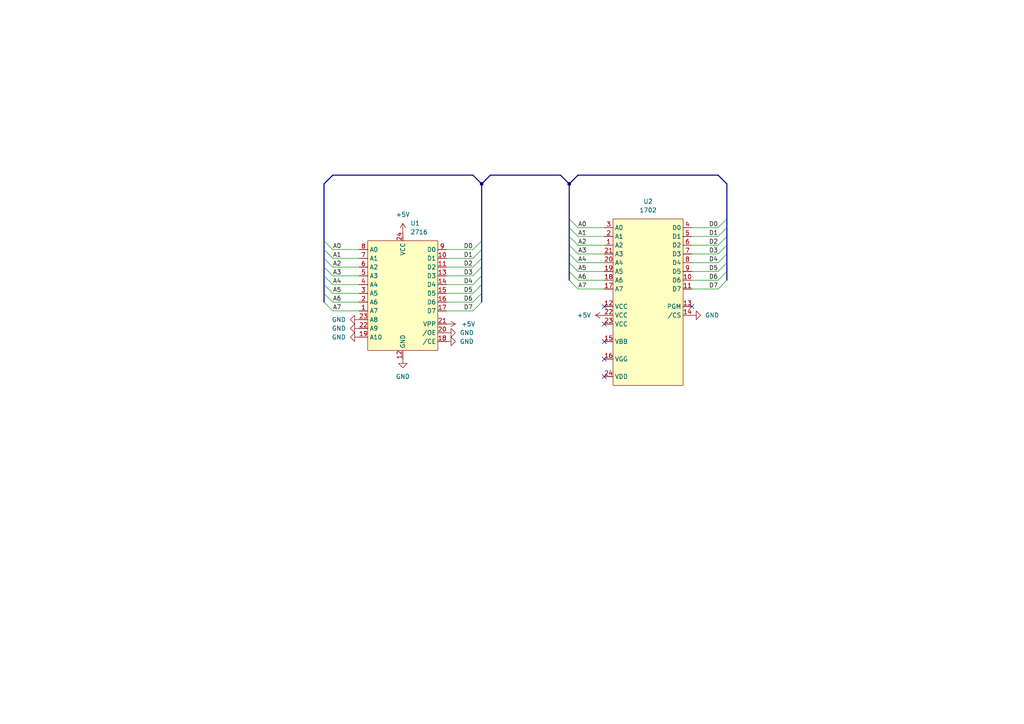
<source format=kicad_sch>
(kicad_sch (version 20230121) (generator eeschema)
  (paper "A4")
  (lib_symbols
    (symbol "Memory_EPROM_Custom:1702"
      (property "Reference" "U" (at -5.08 17.78 0))
      (property "Value" "1702" (at 5.08 17.78 0))
      (symbol "1702_1_1"
        (rectangle (start -10.16 15.24) (end 10.16 -33.02) (fill (type background)))
        (pin input line (at -12.7 7.62 0) (length 2.54) (name "A2") (number "1"))
        (pin tri_state line (at 12.7 -2.54 180) (length 2.54) (name "D6") (number "10"))
        (pin tri_state line (at 12.7 -5.08 180) (length 2.54) (name "D7") (number "11"))
        (pin power_in line (at -12.7 -10.16 0) (length 2.54) (name "VCC") (number "12"))
        (pin input line (at 12.7 -10.16 180) (length 2.54) (name "PGM") (number "13"))
        (pin input line (at 12.7 -12.7 180) (length 2.54) (name "/CS") (number "14"))
        (pin power_in line (at -12.7 -20.32 0) (length 2.54) (name "VBB") (number "15"))
        (pin power_in line (at -12.7 -25.4 0) (length 2.54) (name "VGG") (number "16"))
        (pin input line (at -12.7 -5.08 0) (length 2.54) (name "A7") (number "17"))
        (pin input line (at -12.7 -2.54 0) (length 2.54) (name "A6") (number "18"))
        (pin input line (at -12.7 0 0) (length 2.54) (name "A5") (number "19"))
        (pin input line (at -12.7 10.16 0) (length 2.54) (name "A1") (number "2"))
        (pin input line (at -12.7 2.54 0) (length 2.54) (name "A4") (number "20"))
        (pin input line (at -12.7 5.08 0) (length 2.54) (name "A3") (number "21"))
        (pin power_in line (at -12.7 -12.7 0) (length 2.54) (name "VCC") (number "22"))
        (pin power_in line (at -12.7 -15.24 0) (length 2.54) (name "VCC") (number "23"))
        (pin power_in line (at -12.7 -30.48 0) (length 2.54) (name "VDD") (number "24"))
        (pin input line (at -12.7 12.7 0) (length 2.54) (name "A0") (number "3"))
        (pin tri_state line (at 12.7 12.7 180) (length 2.54) (name "D0") (number "4"))
        (pin tri_state line (at 12.7 10.16 180) (length 2.54) (name "D1") (number "5"))
        (pin tri_state line (at 12.7 7.62 180) (length 2.54) (name "D2") (number "6"))
        (pin tri_state line (at 12.7 5.08 180) (length 2.54) (name "D3") (number "7"))
        (pin tri_state line (at 12.7 2.54 180) (length 2.54) (name "D4") (number "8"))
        (pin tri_state line (at 12.7 0 180) (length 2.54) (name "D5") (number "9"))
      )
    )
    (symbol "Memory_EPROM_Custom:2716"
      (property "Reference" "U" (at -10.16 17.78 0))
      (property "Value" "2716" (at 7.62 17.78 0))
      (symbol "2716_1_1"
        (rectangle (start -10.16 16.51) (end 10.16 -15.24) (fill (type background)))
        (pin input line (at -12.7 -3.81 0) (length 2.54) (name "A7") (number "1"))
        (pin tri_state line (at 12.7 11.43 180) (length 2.54) (name "D1") (number "10"))
        (pin tri_state line (at 12.7 8.89 180) (length 2.54) (name "D2") (number "11"))
        (pin power_in line (at 0 -17.78 90) (length 2.54) (name "GND") (number "12"))
        (pin tri_state line (at 12.7 6.35 180) (length 2.54) (name "D3") (number "13"))
        (pin tri_state line (at 12.7 3.81 180) (length 2.54) (name "D4") (number "14"))
        (pin tri_state line (at 12.7 1.27 180) (length 2.54) (name "D5") (number "15"))
        (pin tri_state line (at 12.7 -1.27 180) (length 2.54) (name "D6") (number "16"))
        (pin tri_state line (at 12.7 -3.81 180) (length 2.54) (name "D7") (number "17"))
        (pin power_in line (at 12.7 -12.7 180) (length 2.54) (name "/CE") (number "18"))
        (pin input line (at -12.7 -11.43 0) (length 2.54) (name "A10") (number "19"))
        (pin input line (at -12.7 -1.27 0) (length 2.54) (name "A6") (number "2"))
        (pin power_in line (at 12.7 -10.16 180) (length 2.54) (name "/OE") (number "20"))
        (pin power_in line (at 12.7 -7.62 180) (length 2.54) (name "VPP") (number "21"))
        (pin input line (at -12.7 -8.89 0) (length 2.54) (name "A9") (number "22"))
        (pin input line (at -12.7 -6.35 0) (length 2.54) (name "A8") (number "23"))
        (pin power_in line (at 0 19.05 270) (length 2.54) (name "VCC") (number "24"))
        (pin input line (at -12.7 1.27 0) (length 2.54) (name "A5") (number "3"))
        (pin input line (at -12.7 3.81 0) (length 2.54) (name "A4") (number "4"))
        (pin input line (at -12.7 6.35 0) (length 2.54) (name "A3") (number "5"))
        (pin input line (at -12.7 8.89 0) (length 2.54) (name "A2") (number "6"))
        (pin input line (at -12.7 11.43 0) (length 2.54) (name "A1") (number "7"))
        (pin input line (at -12.7 13.97 0) (length 2.54) (name "A0") (number "8"))
        (pin tri_state line (at 12.7 13.97 180) (length 2.54) (name "D0") (number "9"))
      )
    )
    (symbol "power:+5V" (power) (pin_names (offset 0))
      (property "Value" "+5V" (at 0 3.556 0))
      (symbol "+5V_0_1"
        (polyline (pts (xy -0.762 1.27) (xy 0 2.54)))
        (polyline (pts (xy 0 0) (xy 0 2.54)))
        (polyline (pts (xy 0 2.54) (xy 0.762 1.27)))
      )
      (symbol "+5V_1_1"
        (pin power_in line (at 0 0 90) (length 0) hide (name "+5V") (number "1"))
      )
    )
    (symbol "power:GND" (power) (pin_names (offset 0))
      (property "Value" "GND" (at 0 -3.81 0))
      (symbol "GND_0_1"
        (polyline (pts (xy 0 0) (xy 0 -1.27) (xy 1.27 -1.27) (xy 0 -2.54) (xy -1.27 -1.27) (xy 0 -1.27)))
      )
      (symbol "GND_1_1"
        (pin power_in line (at 0 0 270) (length 0) hide (name "GND") (number "1"))
      )
    )
  )
  (junction (at 165.1 53.34))
  (junction (at 139.7 53.34))
  (no_connect (at 175.26 99.06))
  (no_connect (at 175.26 109.22))
  (no_connect (at 175.26 88.9))
  (no_connect (at 200.66 88.9))
  (no_connect (at 175.26 104.14))
  (no_connect (at 175.26 93.98))
  (bus_entry (at 93.98 77.47) (size 2.54 2.54))
  (bus_entry (at 139.7 87.63) (size -2.54 2.54))
  (bus_entry (at 165.1 68.58) (size 2.54 2.54))
  (bus_entry (at 139.7 74.93) (size -2.54 2.54))
  (bus_entry (at 210.82 81.28) (size -2.54 2.54))
  (bus_entry (at 210.82 73.66) (size -2.54 2.54))
  (bus_entry (at 165.1 78.74) (size 2.54 2.54))
  (bus_entry (at 93.98 85.09) (size 2.54 2.54))
  (bus_entry (at 210.82 63.5) (size -2.54 2.54))
  (bus_entry (at 165.1 81.28) (size 2.54 2.54))
  (bus_entry (at 210.82 66.04) (size -2.54 2.54))
  (bus_entry (at 139.7 80.01) (size -2.54 2.54))
  (bus_entry (at 210.82 76.2) (size -2.54 2.54))
  (bus_entry (at 165.1 71.12) (size 2.54 2.54))
  (bus_entry (at 210.82 68.58) (size -2.54 2.54))
  (bus_entry (at 165.1 76.2) (size 2.54 2.54))
  (bus_entry (at 93.98 74.93) (size 2.54 2.54))
  (bus_entry (at 139.7 69.85) (size -2.54 2.54))
  (bus_entry (at 165.1 73.66) (size 2.54 2.54))
  (bus_entry (at 210.82 78.74) (size -2.54 2.54))
  (bus_entry (at 93.98 69.85) (size 2.54 2.54))
  (bus_entry (at 139.7 72.39) (size -2.54 2.54))
  (bus_entry (at 93.98 72.39) (size 2.54 2.54))
  (bus_entry (at 139.7 77.47) (size -2.54 2.54))
  (bus_entry (at 93.98 82.55) (size 2.54 2.54))
  (bus_entry (at 139.7 85.09) (size -2.54 2.54))
  (bus_entry (at 93.98 80.01) (size 2.54 2.54))
  (bus_entry (at 139.7 82.55) (size -2.54 2.54))
  (bus_entry (at 165.1 63.5) (size 2.54 2.54))
  (bus_entry (at 165.1 66.04) (size 2.54 2.54))
  (bus_entry (at 93.98 87.63) (size 2.54 2.54))
  (bus_entry (at 210.82 71.12) (size -2.54 2.54))
  (bus (pts (xy 210.82 63.5) (xy 210.82 66.04)))
  (wire (pts (xy 96.52 82.55) (xy 104.14 82.55)))
  (bus (pts (xy 93.98 69.85) (xy 93.98 53.34)))
  (bus (pts (xy 165.1 71.12) (xy 165.1 73.66)))
  (bus (pts (xy 139.7 87.63) (xy 139.7 85.09)))
  (bus (pts (xy 165.1 68.58) (xy 165.1 71.12)))
  (wire (pts (xy 200.66 66.04) (xy 208.28 66.04)))
  (bus (pts (xy 93.98 82.55) (xy 93.98 80.01)))
  (wire (pts (xy 96.52 80.01) (xy 104.14 80.01)))
  (wire (pts (xy 129.54 85.09) (xy 137.16 85.09)))
  (bus (pts (xy 210.82 73.66) (xy 210.82 76.2)))
  (bus (pts (xy 210.82 78.74) (xy 210.82 81.28)))
  (bus (pts (xy 165.1 53.34) (xy 167.64 50.8)))
  (bus (pts (xy 208.28 50.8) (xy 210.82 53.34)))
  (bus (pts (xy 139.7 53.34) (xy 142.24 50.8)))
  (wire (pts (xy 200.66 71.12) (xy 208.28 71.12)))
  (bus (pts (xy 93.98 72.39) (xy 93.98 69.85)))
  (bus (pts (xy 167.64 50.8) (xy 208.28 50.8)))
  (wire (pts (xy 167.64 73.66) (xy 175.26 73.66)))
  (bus (pts (xy 165.1 66.04) (xy 165.1 68.58)))
  (wire (pts (xy 200.66 78.74) (xy 208.28 78.74)))
  (bus (pts (xy 139.7 74.93) (xy 139.7 72.39)))
  (bus (pts (xy 93.98 74.93) (xy 93.98 72.39)))
  (wire (pts (xy 96.52 74.93) (xy 104.14 74.93)))
  (bus (pts (xy 93.98 87.63) (xy 93.98 85.09)))
  (bus (pts (xy 210.82 71.12) (xy 210.82 73.66)))
  (bus (pts (xy 165.1 63.5) (xy 165.1 66.04)))
  (bus (pts (xy 165.1 73.66) (xy 165.1 76.2)))
  (wire (pts (xy 167.64 76.2) (xy 175.26 76.2)))
  (wire (pts (xy 96.52 72.39) (xy 104.14 72.39)))
  (wire (pts (xy 129.54 87.63) (xy 137.16 87.63)))
  (wire (pts (xy 129.54 77.47) (xy 137.16 77.47)))
  (wire (pts (xy 129.54 72.39) (xy 137.16 72.39)))
  (wire (pts (xy 167.64 78.74) (xy 175.26 78.74)))
  (wire (pts (xy 200.66 81.28) (xy 208.28 81.28)))
  (wire (pts (xy 167.64 71.12) (xy 175.26 71.12)))
  (bus (pts (xy 93.98 53.34) (xy 96.52 50.8)))
  (bus (pts (xy 210.82 68.58) (xy 210.82 71.12)))
  (wire (pts (xy 129.54 80.01) (xy 137.16 80.01)))
  (wire (pts (xy 200.66 73.66) (xy 208.28 73.66)))
  (bus (pts (xy 93.98 77.47) (xy 93.98 74.93)))
  (wire (pts (xy 96.52 77.47) (xy 104.14 77.47)))
  (bus (pts (xy 162.56 50.8) (xy 165.1 53.34)))
  (wire (pts (xy 129.54 74.93) (xy 137.16 74.93)))
  (bus (pts (xy 139.7 69.85) (xy 139.7 53.34)))
  (bus (pts (xy 142.24 50.8) (xy 162.56 50.8)))
  (wire (pts (xy 167.64 68.58) (xy 175.26 68.58)))
  (bus (pts (xy 139.7 53.34) (xy 137.16 50.8)))
  (wire (pts (xy 96.52 85.09) (xy 104.14 85.09)))
  (bus (pts (xy 93.98 80.01) (xy 93.98 77.47)))
  (bus (pts (xy 96.52 50.8) (xy 137.16 50.8)))
  (bus (pts (xy 93.98 85.09) (xy 93.98 82.55)))
  (bus (pts (xy 210.82 76.2) (xy 210.82 78.74)))
  (bus (pts (xy 165.1 78.74) (xy 165.1 81.28)))
  (wire (pts (xy 200.66 83.82) (xy 208.28 83.82)))
  (bus (pts (xy 139.7 72.39) (xy 139.7 69.85)))
  (bus (pts (xy 139.7 80.01) (xy 139.7 77.47)))
  (wire (pts (xy 129.54 82.55) (xy 137.16 82.55)))
  (wire (pts (xy 96.52 87.63) (xy 104.14 87.63)))
  (wire (pts (xy 167.64 81.28) (xy 175.26 81.28)))
  (wire (pts (xy 167.64 66.04) (xy 175.26 66.04)))
  (bus (pts (xy 139.7 77.47) (xy 139.7 74.93)))
  (bus (pts (xy 139.7 82.55) (xy 139.7 80.01)))
  (wire (pts (xy 200.66 76.2) (xy 208.28 76.2)))
  (bus (pts (xy 210.82 66.04) (xy 210.82 68.58)))
  (bus (pts (xy 165.1 53.34) (xy 165.1 63.5)))
  (bus (pts (xy 210.82 53.34) (xy 210.82 63.5)))
  (bus (pts (xy 165.1 76.2) (xy 165.1 78.74)))
  (wire (pts (xy 200.66 68.58) (xy 208.28 68.58)))
  (wire (pts (xy 96.52 90.17) (xy 104.14 90.17)))
  (wire (pts (xy 129.54 90.17) (xy 137.16 90.17)))
  (bus (pts (xy 139.7 85.09) (xy 139.7 82.55)))
  (wire (pts (xy 167.64 83.82) (xy 175.26 83.82)))
  (label "A4" (at 167.64 76.2 0))
  (label "A6" (at 96.52 87.63 0))
  (label "D4" (at 208.28 76.2 180))
  (label "D2" (at 137.16 77.47 180))
  (label "A2" (at 96.52 77.47 0))
  (label "A7" (at 96.52 90.17 0))
  (label "D2" (at 208.28 71.12 180))
  (label "D0" (at 208.28 66.04 180))
  (label "A4" (at 96.52 82.55 0))
  (label "A0" (at 96.52 72.39 0))
  (label "A1" (at 96.52 74.93 0))
  (label "D4" (at 137.16 82.55 180))
  (label "A7" (at 167.64 83.82 0))
  (label "D5" (at 137.16 85.09 180))
  (label "A2" (at 167.64 71.12 0))
  (label "A3" (at 167.64 73.66 0))
  (label "D0" (at 137.16 72.39 180))
  (label "A5" (at 167.64 78.74 0))
  (label "D3" (at 137.16 80.01 180))
  (label "D6" (at 208.28 81.28 180))
  (label "D1" (at 137.16 74.93 180))
  (label "A1" (at 167.64 68.58 0))
  (label "A0" (at 167.64 66.04 0))
  (label "A3" (at 96.52 80.01 0))
  (label "A5" (at 96.52 85.09 0))
  (label "D3" (at 208.28 73.66 180))
  (label "D7" (at 208.28 83.82 180))
  (label "D1" (at 208.28 68.58 180))
  (label "D7" (at 137.16 90.17 180))
  (label "D6" (at 137.16 87.63 180))
  (label "A6" (at 167.64 81.28 0))
  (label "D5" (at 208.28 78.74 180))
  (symbol (lib_id "power:GND") (at 116.84 104.14 0) (unit 1)
    (property "Reference" "#PWR02" (effects hide))
    (property "Value" "GND" (at 116.84 109.22 0))
  )
  (symbol (lib_id "power:+5V") (at 116.84 67.31 0) (unit 1)
    (property "Reference" "#PWR01" (effects hide))
    (property "Value" "+5V" (at 116.84 62.23 0))
  )
  (symbol (lib_id "power:GND") (at 104.14 92.71 270) (unit 1)
    (property "Reference" "#PWR03" (effects hide))
    (property "Value" "GND" (at 100.33 92.71 90) (effects (justify right)))
  )
  (symbol (lib_id "power:GND") (at 104.14 95.25 270) (unit 1)
    (property "Reference" "#PWR05" (effects hide))
    (property "Value" "GND" (at 100.33 95.25 90) (effects (justify right)))
  )
  (symbol (lib_id "power:GND") (at 129.54 99.06 90) (unit 1)
    (property "Reference" "#PWR07" (effects hide))
    (property "Value" "GND" (at 133.35 99.06 90) (effects (justify right)))
  )
  (symbol (lib_id "power:GND") (at 104.14 97.79 270) (unit 1)
    (property "Reference" "#PWR010" (effects hide))
    (property "Value" "GND" (at 100.33 97.79 90) (effects (justify right)))
  )
  (symbol (lib_id "power:GND") (at 129.54 96.52 90) (unit 1)
    (property "Reference" "#PWR08" (effects hide))
    (property "Value" "GND" (at 133.35 96.52 90) (effects (justify right)))
  )
  (symbol (lib_id "Memory_EPROM_Custom:2716") (at 116.84 86.36 0) (unit 1)
    (property "Reference" "U1" (at 119.0341 64.77 0) (effects (justify left)))
    (property "Value" "2716" (at 119.0341 67.31 0) (effects (justify left)))
    (property "Footprint" "Package_DIP:DIP-24_W15.24mm" (effects hide))
  )
  (symbol (lib_id "power:GND") (at 200.66 91.44 90) (unit 1)
    (property "Reference" "#PWR06" (effects hide))
    (property "Value" "GND" (at 204.47 91.44 90) (effects (justify right)))
  )
  (symbol (lib_id "power:+5V") (at 175.26 91.44 90) (unit 1)
    (property "Reference" "#PWR04" (effects hide))
    (property "Value" "+5V" (at 171.45 91.44 90) (effects (justify left)))
  )
  (symbol (lib_id "power:+5V") (at 129.54 93.98 270) (unit 1)
    (property "Reference" "#PWR09" (effects hide))
    (property "Value" "+5V" (at 133.7781 93.98 90) (effects (justify left)))
  )
  (symbol (lib_id "Memory_EPROM_Custom:1702") (at 187.96 78.74 0) (unit 1)
    (property "Reference" "U2" (at 187.96 58.42 0))
    (property "Value" "1702" (at 187.96 60.96 0))
    (property "Footprint" "Package_DIP:DIP-24_W15.24mm" (effects hide))
  )
)
</source>
